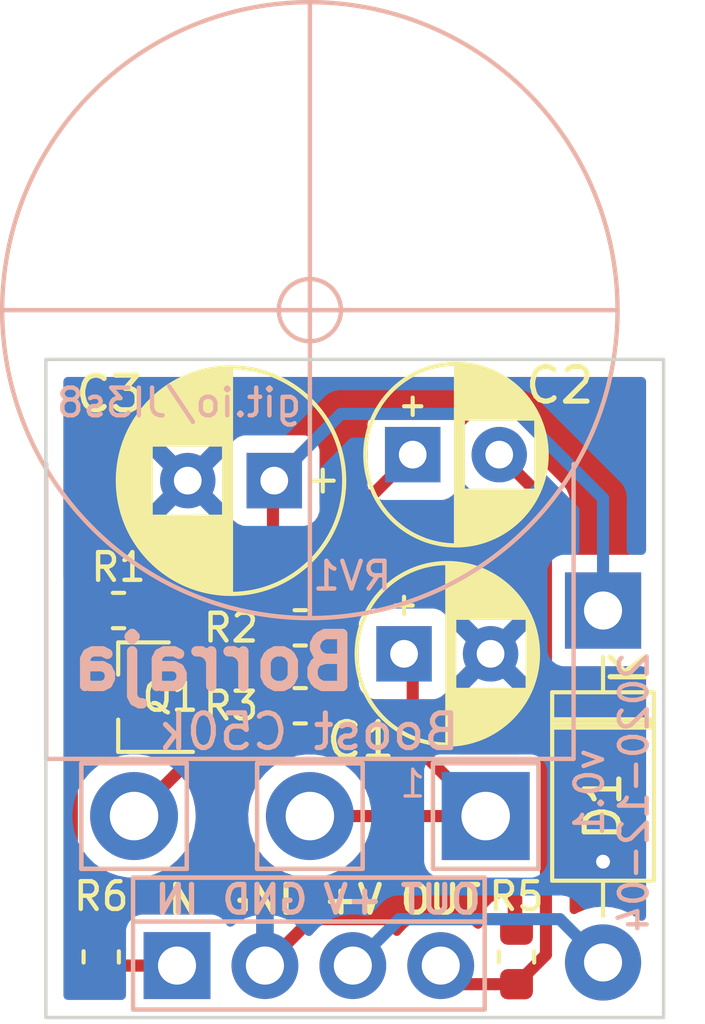
<source format=kicad_pcb>
(kicad_pcb (version 20211014) (generator pcbnew)
  (layers (0 "F.Cu" signal) (31 "B.Cu" signal) (34 "B.Paste" user) (35 "F.Paste" user) (36 "B.SilkS" user "B.Silkscreen") (37 "F.SilkS" user "F.Silkscreen") (38 "B.Mask" user) (39 "F.Mask" user) (44 "Edge.Cuts" user))
  (property "DATE" "2020-12-04")
  (property "REVISION" "v0.1")
  (property "SHORT_URL" "git.io/JI3s8")
  (property "TITLE" "Borraja")
  (property "URL" "github.com/rockola/borraja")
  (net 0 "")
  (net 1 "GND")
  (net 2 "Net-(C1-Pad1)")
  (net 3 "OUT")
  (net 4 "Net-(R2-Pad2)")
  (net 5 "VCC")
  (net 6 "+9V")
  (net 7 "Net-(R1-Pad2)")
  (net 8 "Net-(R3-Pad1)")
  (net 9 "IN")
  (footprint "Resistor_SMD:R_0603_1608Metric" (layer "F.Cu") (at 145.75 94)
    (fp_text reference "R3" (at -2 0) (layer "F.SilkS") (effects (font (size 0.8 0.8) (thickness 0.127))))
    (fp_text value "12k")
    (fp_line (start -0.162779 0.51) (end 0.162779 0.51) (layer "F.SilkS") (width 0.12))
    (fp_line (start -0.162779 -0.51) (end 0.162779 -0.51) (layer "F.SilkS") (width 0.12))
    (pad "1" smd roundrect locked (at -0.7875 0) (size 0.875 0.95) (layers "F.Cu" "F.Paste" "F.Mask") (net 8 "Net-(R3-Pad1)"))
    (pad "2" smd roundrect locked (at 0.7875 0) (size 0.875 0.95) (layers "F.Cu" "F.Paste" "F.Mask") (net 1 "GND"))
  )
  (footprint "potentiometers:16MM_B.MOUNT" (layer "F.Cu") (at 146.0285 97.1835)
    (fp_text reference "RV1" (at 1.2215 -6.9335) (layer "B.SilkS") (effects (font (size 0.8 0.8) (thickness 0.127)) (justify mirror)))
    (fp_text value "Boost C50k" (at -0.0285 -2.4335) (layer "B.SilkS") (effects (justify mirror)))
    (fp_text user "1" (at 2.9715 -0.9335) (layer "B.SilkS") (effects (font (size 0.77216 0.77216) (thickness 0.097536)) (justify mirror)))
    (fp_line (start 6.604 1.524) (end 6.604 -1.524) (layer "B.SilkS") (width 0.127))
    (fp_line (start -1.524 1.524) (end 1.524 1.524) (layer "B.SilkS") (width 0.127))
    (fp_line (start -6.604 1.524) (end -3.556 1.524) (layer "B.SilkS") (width 0.127))
    (fp_line (start 3.556 -1.524) (end 6.604 -1.524) (layer "B.SilkS") (width 0.127))
    (fp_line (start 7.62 -1.651) (end 7.62 -10.16) (layer "B.SilkS") (width 0.127))
    (fp_line (start 1.524 1.524) (end 1.524 -1.524) (layer "B.SilkS") (width 0.127))
    (fp_line (start 0 -5.715) (end 0 -23.495) (layer "B.SilkS") (width 0.127))
    (fp_line (start 3.556 -1.524) (end 3.556 1.524) (layer "B.SilkS") (width 0.127))
    (fp_line (start -3.556 1.524) (end -3.556 -1.524) (layer "B.SilkS") (width 0.127))
    (fp_line (start -7.62 -1.651) (end 7.62 -1.651) (layer "B.SilkS") (width 0.127))
    (fp_line (start -6.604 -1.524) (end -6.604 1.524) (layer "B.SilkS") (width 0.127))
    (fp_line (start -6.604 -1.524) (end -3.556 -1.524) (layer "B.SilkS") (width 0.127))
    (fp_line (start -1.524 -1.524) (end 1.524 -1.524) (layer "B.SilkS") (width 0.127))
    (fp_line (start -7.62 -10.16) (end -7.62 -1.651) (layer "B.SilkS") (width 0.127))
    (fp_line (start -1.524 -1.524) (end -1.524 1.524) (layer "B.SilkS") (width 0.127))
    (fp_line (start 3.556 1.524) (end 6.604 1.524) (layer "B.SilkS") (width 0.127))
    (fp_line (start -8.89 -14.605) (end 8.89 -14.605) (layer "B.SilkS") (width 0.127))
    (fp_arc (start 0 -23.495) (mid 6.286209 -20.891208) (end 8.89 -14.604998) (layer "B.SilkS") (width 0.127))
    (fp_arc (start 8.89 -14.605) (mid 6.286179 -8.318821) (end 0 -5.715) (layer "B.SilkS") (width 0.127))
    (fp_arc (start 0 -5.715) (mid -6.286179 -8.318821) (end -8.89 -14.605) (layer "B.SilkS") (width 0.127))
    (fp_arc (start -8.89 -14.605) (mid -6.286208 -20.891209) (end 0.000002 -23.495) (layer "B.SilkS") (width 0.127))
    (fp_circle (center 0 -14.605) (end 0.898 -14.605) (layer "B.SilkS") (width 0.127) (fill none))
    (fp_line (start -6.604 1.524) (end -3.556 1.524) (layer "F.SilkS") (width 0.127))
    (fp_line (start -3.556 1.524) (end -3.556 -1.524) (layer "F.SilkS") (width 0.127))
    (fp_line (start 6.604 1.524) (end 6.604 -1.524) (layer "F.SilkS") (width 0.127))
    (fp_line (start -1.524 -1.524) (end -1.524 1.524) (layer "F.SilkS") (width 0.127))
    (fp_line (start -1.524 1.524) (end 1.524 1.524) (layer "F.SilkS") (width 0.127))
    (fp_line (start -1.524 -1.524) (end 1.524 -1.524) (layer "F.SilkS") (width 0.127))
    (fp_line (start -6.604 -1.524) (end -6.604 1.524) (layer "F.SilkS") (width 0.127))
    (fp_line (start 1.524 1.524) (end 1.524 -1.524) (layer "F.SilkS") (width 0.127))
    (fp_line (start 3.556 -1.524) (end 6.604 -1.524) (layer "F.SilkS") (width 0.127))
    (fp_line (start -6.604 -1.524) (end -3.556 -1.524) (layer "F.SilkS") (width 0.127))
    (fp_line (start 3.556 1.524) (end 6.604 1.524) (layer "F.SilkS") (width 0.127))
    (fp_line (start 3.556 -1.524) (end 3.556 1.524) (layer "F.SilkS") (width 0.127))
    (pad "1" thru_hole rect locked (at 5.08 0 180) (size 2.54 2.54) (drill 1.4) (layers *.Cu *.Mask) (net 2 "Net-(C1-Pad1)"))
    (pad "2" thru_hole oval locked (at 0 0 180) (size 2.54 2.54) (drill 1.4) (layers *.Cu *.Mask) (net 2 "Net-(C1-Pad1)"))
    (pad "3" thru_hole oval locked (at -5.08 0 180) (size 2.54 2.54) (drill 1.4) (layers *.Cu *.Mask) (net 8 "Net-(R3-Pad1)"))
  )
  (footprint "Resistor_SMD:R_0603_1608Metric" (layer "F.Cu") (at 140 101.25 90)
    (fp_text reference "R6" (at 1.75 0 180) (layer "F.SilkS") (effects (font (size 0.8 0.8) (thickness 0.127))))
    (fp_text value "1M5")
    (fp_line (start -0.162779 -0.51) (end 0.162779 -0.51) (layer "F.SilkS") (width 0.12))
    (fp_line (start -0.162779 0.51) (end 0.162779 0.51) (layer "F.SilkS") (width 0.12))
    (pad "1" smd roundrect locked (at -0.7875 0 90) (size 0.875 0.95) (layers "F.Cu" "F.Paste" "F.Mask") (net 9 "IN"))
    (pad "2" smd roundrect locked (at 0.7875 0 90) (size 0.875 0.95) (layers "F.Cu" "F.Paste" "F.Mask") (net 1 "GND"))
  )
  (footprint "Diode_THT:D_DO-41_SOD81_P10.16mm_Horizontal" (layer "F.Cu") (at 154.5 91.25 -90)
    (fp_text reference "D1" (at 5.65 0 90) (layer "F.SilkS"))
    (fp_text value "1N5817")
    (fp_text user "K" (at 1.65 -0.75 90) (layer "F.SilkS"))
    (fp_line (start 3.38 -1.47) (end 3.38 1.47) (layer "F.SilkS") (width 0.12))
    (fp_line (start 8.82 0) (end 7.8 0) (layer "F.SilkS") (width 0.12))
    (fp_line (start 1.34 0) (end 2.36 0) (layer "F.SilkS") (width 0.12))
    (fp_line (start 3.14 -1.47) (end 3.14 1.47) (layer "F.SilkS") (width 0.12))
    (fp_line (start 3.26 -1.47) (end 3.26 1.47) (layer "F.SilkS") (width 0.12))
    (fp_line (start 2.36 -1.47) (end 2.36 1.47) (layer "F.SilkS") (width 0.12))
    (fp_line (start 7.8 -1.47) (end 2.36 -1.47) (layer "F.SilkS") (width 0.12))
    (fp_line (start 2.36 1.47) (end 7.8 1.47) (layer "F.SilkS") (width 0.12))
    (fp_line (start 7.8 1.47) (end 7.8 -1.47) (layer "F.SilkS") (width 0.12))
    (pad "1" thru_hole rect locked (at 0 0 270) (size 2.2 2.2) (drill 1.1) (layers *.Cu *.Mask) (net 5 "VCC"))
    (pad "2" thru_hole oval locked (at 10.16 0 270) (size 2.2 2.2) (drill 1.1) (layers *.Cu *.Mask) (net 6 "+9V"))
  )
  (footprint "rockola_kicad_footprints:Stomp_4pin_Power_No_LED" (layer "F.Cu") (at 146 101.5)
    (fp_text reference "J1" hide)
    (fp_text value "Conn_01x04_Female" hide)
    (fp_text user "+V" (at 1.27 -1.905 unlocked) (layer "B.SilkS") (effects (font (size 0.8 0.8)) (justify mirror)))
    (fp_text user "IN" (at -3.81 -1.905 unlocked) (layer "B.SilkS") (effects (font (size 0.8 0.8)) (justify mirror)))
    (fp_text user "OUT" (at 3.81 -1.905 unlocked) (layer "B.SilkS") (effects (font (size 0.8 0.8)) (justify mirror)))
    (fp_text user "GND" (at -1.27 -1.905 unlocked) (layer "B.SilkS") (effects (font (size 0.8 0.8)) (justify mirror)))
    (fp_text user "IN" (at -3.81 -1.905 unlocked) (layer "F.SilkS") (effects (font (size 0.8 0.8))))
    (fp_text user "GND" (at -1.27 -1.905 unlocked) (layer "F.SilkS") (effects (font (size 0.8 0.8))))
    (fp_text user "OUT" (at 3.81 -1.905 unlocked) (layer "F.SilkS") (effects (font (size 0.8 0.8))))
    (fp_text user "+V" (at 1.27 -1.905 unlocked) (layer "F.SilkS") (effects (font (size 0.8 0.8))))
    (fp_line (start 5.08 -1.27) (end 5.08 -2.54) (layer "B.SilkS") (width 0.127))
    (fp_line (start -5.08 -2.54) (end 5.08 -2.54) (layer "B.SilkS") (width 0.127))
    (fp_line (start -5.08 1.27) (end 5.08 1.27) (layer "B.SilkS") (width 0.127))
    (fp_line (start 5.08 -1.27) (end -5.08 -1.27) (layer "B.SilkS") (width 0.127))
    (fp_line (start 5.08 1.27) (end 5.08 -1.27) (layer "B.SilkS") (width 0.127))
    (fp_line (start -5.08 1.27) (end -5.08 -1.27) (layer "B.SilkS") (width 0.127))
    (fp_line (start -5.08 -1.27) (end -5.08 -2.54) (layer "B.SilkS") (width 0.127))
    (fp_line (start 5.08 -1.27) (end 5.08 -2.54) (layer "F.SilkS") (width 0.127))
    (fp_line (start -5.08 -1.27) (end -5.08 -2.54) (layer "F.SilkS") (width 0.127))
    (fp_line (start -5.08 1.27) (end -5.08 -1.27) (layer "F.SilkS") (width 0.127))
    (fp_line (start 5.08 1.27) (end -5.08 1.27) (layer "F.SilkS") (width 0.127))
    (fp_line (start 5.08 1.27) (end 5.08 -1.27) (layer "F.SilkS") (width 0.127))
    (fp_line (start -5.08 -1.27) (end 5.08 -1.27) (layer "F.SilkS") (width 0.127))
    (fp_line (start 5.08 -2.54) (end -5.08 -2.54) (layer "F.SilkS") (width 0.127))
    (pad "1" thru_hole rect locked (at -3.81 0) (size 1.9304 1.9304) (drill 1.1) (layers *.Cu *.Mask) (net 9 "IN"))
    (pad "2" thru_hole oval locked (at -1.27 0) (size 1.9304 1.9304) (drill 1.1) (layers *.Cu *.Mask) (net 1 "GND"))
    (pad "3" thru_hole oval locked (at 1.27 0) (size 1.9304 1.9304) (drill 1.1) (layers *.Cu *.Mask) (net 6 "+9V"))
    (pad "4" thru_hole oval locked (at 3.81 0) (size 1.9304 1.9304) (drill 1.1) (layers *.Cu *.Mask) (net 3 "OUT"))
  )
  (footprint "Resistor_SMD:R_0603_1608Metric" (layer "F.Cu") (at 152 101.25 90)
    (fp_text reference "R5" (at 1.75 0 180) (layer "F.SilkS") (effects (font (size 0.8 0.8) (thickness 0.127))))
    (fp_text value "100k")
    (fp_line (start -0.162779 0.51) (end 0.162779 0.51) (layer "F.SilkS") (width 0.12))
    (fp_line (start -0.162779 -0.51) (end 0.162779 -0.51) (layer "F.SilkS") (width 0.12))
    (pad "1" smd roundrect locked (at -0.7875 0 90) (size 0.875 0.95) (layers "F.Cu" "F.Paste" "F.Mask") (net 3 "OUT"))
    (pad "2" smd roundrect locked (at 0.7875 0 90) (size 0.875 0.95) (layers "F.Cu" "F.Paste" "F.Mask") (net 1 "GND"))
  )
  (footprint "Package_TO_SOT_SMD:SOT-23" (layer "F.Cu") (at 141.25 93.75 180)
    (fp_text reference "Q1" (at -0.75 0) (layer "F.SilkS") (effects (font (size 0.8 0.8) (thickness 0.127))))
    (fp_text value "MMBF5457")
    (fp_line (start 0.76 -1.58) (end 0.76 -0.65) (layer "F.SilkS") (width 0.12))
    (fp_line (start 0.76 -1.58) (end -1.4 -1.58) (layer "F.SilkS") (width 0.12))
    (fp_line (start 0.76 1.58) (end -0.7 1.58) (layer "F.SilkS") (width 0.12))
    (fp_line (start 0.76 1.58) (end 0.76 0.65) (layer "F.SilkS") (width 0.12))
    (pad "1" smd rect locked (at -1 -0.95 180) (size 0.9 0.8) (layers "F.Cu" "F.Paste" "F.Mask") (net 8 "Net-(R3-Pad1)"))
    (pad "2" smd rect locked (at -1 0.95 180) (size 0.9 0.8) (layers "F.Cu" "F.Paste" "F.Mask") (net 4 "Net-(R2-Pad2)"))
    (pad "3" smd rect locked (at 1 0 180) (size 0.9 0.8) (layers "F.Cu" "F.Paste" "F.Mask") (net 7 "Net-(R1-Pad2)"))
  )
  (footprint "Resistor_SMD:R_0603_1608Metric" (layer "F.Cu") (at 145.75 91.75)
    (fp_text reference "R2" (at -2 0) (layer "F.SilkS") (effects (font (size 0.8 0.8) (thickness 0.127))))
    (fp_text value "22k")
    (fp_line (start -0.162779 0.51) (end 0.162779 0.51) (layer "F.SilkS") (width 0.12))
    (fp_line (start -0.162779 -0.51) (end 0.162779 -0.51) (layer "F.SilkS") (width 0.12))
    (pad "1" smd roundrect locked (at -0.7875 0) (size 0.875 0.95) (layers "F.Cu" "F.Paste" "F.Mask") (net 5 "VCC"))
    (pad "2" smd roundrect locked (at 0.7875 0) (size 0.875 0.95) (layers "F.Cu" "F.Paste" "F.Mask") (net 4 "Net-(R2-Pad2)"))
  )
  (footprint "Resistor_SMD:R_0603_1608Metric" (layer "F.Cu") (at 140.5 91.25)
    (fp_text reference "R1" (at 0 -1.25) (layer "F.SilkS") (effects (font (size 0.8 0.8) (thickness 0.127))))
    (fp_text value "100R")
    (fp_line (start -0.162779 -0.51) (end 0.162779 -0.51) (layer "F.SilkS") (width 0.12))
    (fp_line (start -0.162779 0.51) (end 0.162779 0.51) (layer "F.SilkS") (width 0.12))
    (pad "1" smd roundrect locked (at -0.7875 0) (size 0.875 0.95) (layers "F.Cu" "F.Paste" "F.Mask") (net 9 "IN"))
    (pad "2" smd roundrect locked (at 0.7875 0) (size 0.875 0.95) (layers "F.Cu" "F.Paste" "F.Mask") (net 7 "Net-(R1-Pad2)"))
  )
  (footprint "rockola_kicad_footprints:CP_D6.3_P2.50" (layer "F.Cu") (at 145 87.5 180)
    (fp_text reference "C3" (at 4.75 2.5) (layer "F.SilkS"))
    (fp_text value "100u")
    (fp_line (start 1.33 -3.23) (end 1.33 3.23) (layer "F.SilkS") (width 0.12))
    (fp_line (start 1.85 1.04) (end 1.85 3.175) (layer "F.SilkS") (width 0.12))
    (fp_line (start 2.131 1.04) (end 2.131 3.11) (layer "F.SilkS") (width 0.12))
    (fp_line (start 1.93 1.04) (end 1.93 3.159) (layer "F.SilkS") (width 0.12))
    (fp_line (start 2.971 -2.742) (end 2.971 -1.04) (layer "F.SilkS") (width 0.12))
    (fp_line (start 1.69 -3.201) (end 1.69 -1.04) (layer "F.SilkS") (width 0.12))
    (fp_line (start 3.731 -2.092) (end 3.731 2.092) (layer "F.SilkS") (width 0.12))
    (fp_line (start 3.211 -2.578) (end 3.211 -1.04) (layer "F.SilkS") (width 0.12))
    (fp_line (start 4.251 -1.262) (end 4.251 1.262) (layer "F.SilkS") (width 0.12))
    (fp_line (start 1.81 1.04) (end 1.81 3.182) (layer "F.SilkS") (width 0.12))
    (fp_line (start 2.171 -3.098) (end 2.171 -1.04) (layer "F.SilkS") (width 0.12))
    (fp_line (start 3.851 -1.944) (end 3.851 1.944) (layer "F.SilkS") (width 0.12))
    (fp_line (start 3.091 -2.664) (end 3.091 -1.04) (layer "F.SilkS") (width 0.12))
    (fp_line (start 1.53 -3.218) (end 1.53 -1.04) (layer "F.SilkS") (width 0.12))
    (fp_line (start 1.77 1.04) (end 1.77 3.189) (layer "F.SilkS") (width 0.12))
    (fp_line (start 4.051 -1.65) (end 4.051 1.65) (layer "F.SilkS") (width 0.12))
    (fp_line (start 1.69 1.04) (end 1.69 3.201) (layer "F.SilkS") (width 0.12))
    (fp_line (start 2.091 1.04) (end 2.091 3.121) (layer "F.SilkS") (width 0.12))
    (fp_line (start 2.651 -2.916) (end 2.651 -1.04) (layer "F.SilkS") (width 0.12))
    (fp_line (start 2.931 1.04) (end 2.931 2.766) (layer "F.SilkS") (width 0.12))
    (fp_line (start 1.73 1.04) (end 1.73 3.195) (layer "F.SilkS") (width 0.12))
    (fp_line (start 2.531 1.04) (end 2.531 2.97) (layer "F.SilkS") (width 0.12))
    (fp_line (start 4.291 -1.165) (end 4.291 1.165) (layer "F.SilkS") (width 0.12))
    (fp_line (start 3.971 -1.776) (end 3.971 1.776) (layer "F.SilkS") (width 0.12))
    (fp_line (start 3.091 1.04) (end 3.091 2.664) (layer "F.SilkS") (width 0.12))
    (fp_line (start 2.931 -2.766) (end 2.931 -1.04) (layer "F.SilkS") (width 0.12))
    (fp_line (start 3.011 -2.716) (end 3.011 -1.04) (layer "F.SilkS") (width 0.12))
    (fp_line (start 3.691 -2.137) (end 3.691 2.137) (layer "F.SilkS") (width 0.12))
    (fp_line (start 1.29 -3.23) (end 1.29 3.23) (layer "F.SilkS") (width 0.12))
    (fp_line (start 3.131 -2.636) (end 3.131 -1.04) (layer "F.SilkS") (width 0.12))
    (fp_line (start 1.65 -3.206) (end 1.65 -1.04) (layer "F.SilkS") (width 0.12))
    (fp_line (start 2.571 -2.952) (end 2.571 -1.04) (layer "F.SilkS") (width 0.12))
    (fp_line (start 3.331 1.04) (end 3.331 2.484) (layer "F.SilkS") (width 0.12))
    (fp_line (start 2.011 1.04) (end 2.011 3.141) (layer "F.SilkS") (width 0.12))
    (fp_line (start 2.491 -2.986) (end 2.491 -1.04) (layer "F.SilkS") (width 0.12))
    (fp_line (start 1.53 1.04) (end 1.53 3.218) (layer "F.SilkS") (width 0.12))
    (fp_line (start 2.451 1.04) (end 2.451 3.002) (layer "F.SilkS") (width 0.12))
    (fp_line (start 3.451 1.04) (end 3.451 2.38) (layer "F.SilkS") (width 0.12))
    (fp_line (start 3.891 -1.89) (end 3.891 1.89) (layer "F.SilkS") (width 0.12))
    (fp_line (start 3.291 1.04) (end 3.291 2.516) (layer "F.SilkS") (width 0.12))
    (fp_line (start 4.491 -0.402) (end 4.491 0.402) (layer "F.SilkS") (width 0.12))
    (fp_line (start 2.851 1.04) (end 2.851 2.812) (layer "F.SilkS") (width 0.12))
    (fp_line (start 1.93 -3.159) (end 1.93 -1.04) (layer "F.SilkS") (width 0.12))
    (fp_line (start 3.811 -1.995) (end 3.811 1.995) (layer "F.SilkS") (width 0.12))
    (fp_line (start 2.691 -2.896) (end 2.691 -1.04) (layer "F.SilkS") (width 0.12))
    (fp_line (start 2.531 -2.97) (end 2.531 -1.04) (layer "F.SilkS") (width 0.12))
    (fp_line (start 2.131 -3.11) (end 2.131 -1.04) (layer "F.SilkS") (width 0.12))
    (fp_line (start 3.291 -2.516) (end 3.291 -1.04) (layer "F.SilkS") (width 0.12))
    (fp_line (start 3.531 1.04) (end 3.531 2.305) (layer "F.SilkS") (width 0.12))
    (fp_line (start 3.451 -2.38) (end 3.451 -1.04) (layer "F.SilkS") (width 0.12))
    (fp_line (start 2.331 -3.047) (end 2.331 -1.04) (layer "F.SilkS") (width 0.12))
    (fp_line (start 4.371 -0.94) (end 4.371 0.94) (layer "F.SilkS") (width 0.12))
    (fp_line (start 2.891 -2.79) (end 2.891 -1.04) (layer "F.SilkS") (width 0.12))
    (fp_line (start 2.731 -2.876) (end 2.731 -1.04) (layer "F.SilkS") (width 0.12))
    (fp_line (start 3.051 -2.69) (end 3.051 -1.04) (layer "F.SilkS") (width 0.12))
    (fp_line (start 3.211 1.04) (end 3.211 2.578) (layer "F.SilkS") (width 0.12))
    (fp_line (start 2.891 1.04) (end 2.891 2.79) (layer "F.SilkS") (width 0.12))
    (fp_line (start 4.211 -1.35) (end 4.211 1.35) (layer "F.SilkS") (width 0.12))
    (fp_line (start 2.091 -3.121) (end 2.091 -1.04) (layer "F.SilkS") (width 0.12))
    (fp_line (start 4.011 -1.714) (end 4.011 1.714) (layer "F.SilkS") (width 0.12))
    (fp_line (start 4.171 -1.432) (end 4.171 1.432) (layer "F.SilkS") (width 0.12))
    (fp_line (start 2.211 -3.086) (end 2.211 -1.04) (layer "F.SilkS") (width 0.12))
    (fp_line (start 3.171 -2.607) (end 3.171 -1.04) (layer "F.SilkS") (width 0.12))
    (fp_line (start 2.651 1.04) (end 2.651 2.916) (layer "F.SilkS") (width 0.12))
    (fp_line (start 2.851 -2.812) (end 2.851 -1.04) (layer "F.SilkS") (width 0.12))
    (fp_line (start 1.57 1.04) (end 1.57 3.215) (layer "F.SilkS") (width 0.12))
    (fp_line (start 4.451 -0.633) (end 4.451 0.633) (layer "F.SilkS") (width 0.12))
    (fp_line (start 1.57 -3.215) (end 1.57 -1.04) (layer "F.SilkS") (width 0.12))
    (fp_line (start 1.61 1.04) (end 1.61 3.211) (layer "F.SilkS") (width 0.12))
    (fp_line (start 1.45 -3.224) (end 1.45 3.224) (layer "F.SilkS") (width 0.12))
    (fp_line (start 3.771 -2.044) (end 3.771 2.044) (layer "F.SilkS") (width 0.12))
    (fp_line (start 1.81 -3.182) (end 1.81 -1.04) (layer "F.SilkS") (width 0.12))
    (fp_line (start 3.171 1.04) (end 3.171 2.607) (layer "F.SilkS") (width 0.12))
    (fp_line (start 3.251 1.04) (end 3.251 2.548) (layer "F.SilkS") (width 0.12))
    (fp_line (start -1.717 0) (end -1.087 0) (layer "F.SilkS") (width 0.12))
    (fp_line (start 2.411 1.04) (end 2.411 3.018) (layer "F.SilkS") (width 0.12))
    (fp_line (start 2.771 -2.856) (end 2.771 -1.04) (layer "F.SilkS") (width 0.12))
    (fp_line (start 2.451 -3.002) (end 2.451 -1.04) (layer "F.SilkS") (width 0.12))
    (fp_line (start 2.611 1.04) (end 2.611 2.934) (layer "F.SilkS") (width 0.12))
    (fp_line (start 2.731 1.04) (end 2.731 2.876) (layer "F.SilkS") (width 0.12))
    (fp_line (start 2.411 -3.018) (end 2.411 -1.04) (layer "F.SilkS") (width 0.12))
    (fp_line (start 3.571 -2.265) (end 3.571 2.265) (layer "F.SilkS") (width 0.12))
    (fp_line (start 2.051 -3.131) (end 2.051 -1.04) (layer "F.SilkS") (width 0.12))
    (fp_line (start 3.491 -2.343) (end 3.491 -1.04) (layer "F.SilkS") (width 0.12))
    (fp_line (start 2.811 -2.834) (end 2.811 -1.04) (layer "F.SilkS") (width 0.12))
    (fp_line (start 2.611 -2.934) (end 2.611 -1.04) (layer "F.SilkS") (width 0.12))
    (fp_line (start -1.402 -0.315) (end -1.402 0.315) (layer "F.SilkS") (width 0.12))
    (fp_line (start 2.011 -3.141) (end 2.011 -1.04) (layer "F.SilkS") (width 0.12))
    (fp_line (start 3.611 -2.224) (end 3.611 2.224) (layer "F.SilkS") (width 0.12))
    (fp_line (start 1.37 -3.228) (end 1.37 3.228) (layer "F.SilkS") (width 0.12))
    (fp_line (start 1.49 1.04) (end 1.49 3.222) (layer "F.SilkS") (width 0.12))
    (fp_line (start 2.331 1.04) (end 2.331 3.047) (layer "F.SilkS") (width 0.12))
    (fp_line (start 1.49 -3.222) (end 1.49 -1.04) (layer "F.SilkS") (width 0.12))
    (fp_line (start 2.811 1.04) (end 2.811 2.834) (layer "F.SilkS") (width 0.12))
    (fp_line (start 1.77 -3.189) (end 1.77 -1.04) (layer "F.SilkS") (width 0.12))
    (fp_line (start 2.291 -3.061) (end 2.291 -1.04) (layer "F.SilkS") (width 0.12))
    (fp_line (start 1.73 -3.195) (end 1.73 -1.04) (layer "F.SilkS") (width 0.12))
    (fp_line (start 2.371 -3.033) (end 2.371 -1.04) (layer "F.SilkS") (width 0.12))
    (fp_line (start 3.051 1.04) (end 3.051 2.69) (layer "F.SilkS") (width 0.12))
    (fp_line (start 2.171 1.04) (end 2.171 3.098) (layer "F.SilkS") (width 0.12))
    (fp_line (start 2.251 1.04) (end 2.251 3.074) (layer "F.SilkS") (width 0.12))
    (fp_line (start 3.651 -2.182) (end 3.651 2.182) (layer "F.SilkS") (width 0.12))
    (fp_line (start 3.331 -2.484) (end 3.331 -1.04) (layer "F.SilkS") (width 0.12))
    (fp_line (start 2.491 1.04) (end 2.491 2.986) (layer "F.SilkS") (width 0.12))
    (fp_line (start 2.771 1.04) (end 2.771 2.856) (layer "F.SilkS") (width 0.12))
    (fp_line (start 3.491 1.04) (end 3.491 2.343) (layer "F.SilkS") (width 0.12))
    (fp_line (start 2.291 1.04) (end 2.291 3.061) (layer "F.SilkS") (width 0.12))
    (fp_line (start 2.051 1.04) (end 2.051 3.131) (layer "F.SilkS") (width 0.12))
    (fp_line (start 2.691 1.04) (end 2.691 2.896) (layer "F.SilkS") (width 0.12))
    (fp_line (start 3.371 -2.45) (end 3.371 -1.04) (layer "F.SilkS") (width 0.12))
    (fp_line (start 1.971 1.04) (end 1.971 3.15) (layer "F.SilkS") (width 0.12))
    (fp_line (start 1.65 1.04) (end 1.65 3.206) (layer "F.SilkS") (width 0.12))
    (fp_line (start 3.131 1.04) (end 3.131 2.636) (layer "F.SilkS") (width 0.12))
    (fp_line (start 3.411 -2.416) (end 3.411 -1.04) (layer "F.SilkS") (width 0.12))
    (fp_line (start 2.571 1.04) (end 2.571 2.952) (layer "F.SilkS") (width 0.12))
    (fp_line (start 4.331 -1.059) (end 4.331 1.059) (layer "F.SilkS") (width 0.12))
    (fp_line (start 2.371 1.04) (end 2.371 3.033) (layer "F.SilkS") (width 0.12))
    (fp_line (start 4.411 -0.802) (end 4.411 0.802) (layer "F.SilkS") (width 0.12))
    (fp_line (start 2.251 -3.074) (end 2.251 -1.04) (layer "F.SilkS") (width 0.12))
    (fp_line (start 1.61 -3.211) (end 1.61 -1.04) (layer "F.SilkS") (width 0.12))
    (fp_line (start 3.371 1.04) (end 3.371 2.45) (layer "F.SilkS") (width 0.12))
    (fp_line (start 3.931 -1.834) (end 3.931 1.834) (layer "F.SilkS") (width 0.12))
    (fp_line (start 3.011 1.04) (end 3.011 2.716) (layer "F.SilkS") (width 0.12))
    (fp_line (start 3.411 1.04) (end 3.411 2.416) (layer "F.SilkS") (width 0.12))
    (fp_line (start 3.531 -2.305) (end 3.531 -1.04) (layer "F.SilkS") (width 0.12))
    (fp_line (start 3.251 -2.548) (end 3.251 -1.04) (layer "F.SilkS") (width 0.12))
    (fp_line (start 1.41 -3.227) (end 1.41 3.227) (layer "F.SilkS") (width 0.12))
    (fp_line (start 1.971 -3.15) (end 1.971 -1.04) (layer "F.SilkS") (width 0.12))
    (fp_line (start 1.89 1.04) (end 1.89 3.167) (layer "F.SilkS") (width 0.12))
    (fp_line (start 1.25 -3.23) (end 1.25 3.23) (layer "F.SilkS") (width 0.12))
    (fp_line (start 1.85 -3.175) (end 1.85 -1.04) (layer "F.SilkS") (width 0.12))
    (fp_line (start 2.211 1.04) (end 2.211 3.086) (layer "F.SilkS") (width 0.12))
    (fp_line (start 2.971 1.04) (end 2.971 2.742) (layer "F.SilkS") (width 0.12))
    (fp_line (start 4.131 -1.509) (end 4.131 1.509) (layer "F.SilkS") (width 0.12))
    (fp_line (start 1.89 -3.167) (end 1.89 -1.04) (layer "F.SilkS") (width 0.12))
    (fp_line (start 4.091 -1.581) (end 4.091 1.581) (layer "F.SilkS") (width 0.12))
    (fp_circle (center 1.25 0) (end 4.52 0) (layer "F.SilkS") (width 0.12) (fill none))
    (pad "1" thru_hole rect locked (at 0 0 180) (size 1.6 1.6) (drill 0.8) (layers *.Cu *.Mask) (net 5 "VCC"))
    (pad "2" thru_hole circle locked (at 2.5 0 180) (size 1.6 1.6) (drill 0.8) (layers *.Cu *.Mask) (net 1 "GND"))
  )
  (footprint "rockola_kicad_footprints:CP_D5.0_P2.50" (layer "F.Cu") (at 149 86.75)
    (fp_text reference "C2" (at 4.25 -2) (layer "F.SilkS"))
    (fp_text value "1u5")
    (fp_line (start 1.89 1.04) (end 1.89 2.501) (layer "F.SilkS") (width 0.12))
    (fp_line (start 2.691 1.04) (end 2.691 2.149) (layer "F.SilkS") (width 0.12))
    (fp_line (start 2.691 -2.149) (end 2.691 -1.04) (layer "F.SilkS") (width 0.12))
    (fp_line (start 3.291 1.04) (end 3.291 1.605) (layer "F.SilkS") (width 0.12))
    (fp_line (start 3.371 1.04) (end 3.371 1.5) (layer "F.SilkS") (width 0.12))
    (fp_line (start 1.89 -2.501) (end 1.89 -1.04) (layer "F.SilkS") (width 0.12))
    (fp_line (start 3.211 1.04) (end 3.211 1.699) (layer "F.SilkS") (width 0.12))
    (fp_line (start 3.131 1.04) (end 3.131 1.785) (layer "F.SilkS") (width 0.12))
    (fp_line (start 1.69 1.04) (end 1.69 2.543) (layer "F.SilkS") (width 0.12))
    (fp_line (start 3.091 1.04) (end 3.091 1.826) (layer "F.SilkS") (width 0.12))
    (fp_line (start 2.451 1.04) (end 2.451 2.29) (layer "F.SilkS") (width 0.12))
    (fp_line (start 2.771 1.04) (end 2.771 2.095) (layer "F.SilkS") (width 0.12))
    (fp_line (start 2.091 -2.442) (end 2.091 -1.04) (layer "F.SilkS") (width 0.12))
    (fp_line (start 2.571 1.04) (end 2.571 2.224) (layer "F.SilkS") (width 0.12))
    (fp_line (start 3.211 -1.699) (end 3.211 -1.04) (layer "F.SilkS") (width 0.12))
    (fp_line (start 1.25 -2.58) (end 1.25 2.58) (layer "F.SilkS") (width 0.12))
    (fp_line (start 3.491 -1.319) (end 3.491 -1.04) (layer "F.SilkS") (width 0.12))
    (fp_line (start 2.331 -2.348) (end 2.331 -1.04) (layer "F.SilkS") (width 0.12))
    (fp_line (start 2.611 1.04) (end 2.611 2.2) (layer "F.SilkS") (width 0.12))
    (fp_line (start 1.45 -2.573) (end 1.45 2.573) (layer "F.SilkS") (width 0.12))
    (fp_line (start 3.251 -1.653) (end 3.251 -1.04) (layer "F.SilkS") (width 0.12))
    (fp_line (start 2.731 1.04) (end 2.731 2.122) (layer "F.SilkS") (width 0.12))
    (fp_line (start 2.371 1.04) (end 2.371 2.329) (layer "F.SilkS") (width 0.12))
    (fp_line (start 3.451 1.04) (end 3.451 1.383) (layer "F.SilkS") (width 0.12))
    (fp_line (start 2.531 -2.247) (end 2.531 -1.04) (layer "F.SilkS") (width 0.12))
    (fp_line (start 3.691 -0.915) (end 3.691 0.915) (layer "F.SilkS") (width 0.12))
    (fp_line (start 1.73 1.04) (end 1.73 2.536) (layer "F.SilkS") (width 0.12))
    (fp_line (start 3.131 -1.785) (end 3.131 -1.04) (layer "F.SilkS") (width 0.12))
    (fp_line (start 2.771 -2.095) (end 2.771 -1.04) (layer "F.SilkS") (width 0.12))
    (fp_line (start 1.61 1.04) (end 1.61 2.556) (layer "F.SilkS") (width 0.12))
    (fp_line (start 2.171 -2.414) (end 2.171 -1.04) (layer "F.SilkS") (width 0.12))
    (fp_line (start 1.69 -2.543) (end 1.69 -1.04) (layer "F.SilkS") (width 0.12))
    (fp_line (start 3.051 -1.864) (end 3.051 -1.04) (layer "F.SilkS") (width 0.12))
    (fp_line (start 2.971 -1.937) (end 2.971 -1.04) (layer "F.SilkS") (width 0.12))
    (fp_line (start 3.291 -1.605) (end 3.291 -1.04) (layer "F.SilkS") (width 0.12))
    (fp_line (start 2.291 1.04) (end 2.291 2.365) (layer "F.SilkS") (width 0.12))
    (fp_line (start 2.531 1.04) (end 2.531 2.247) (layer "F.SilkS") (width 0.12))
    (fp_line (start 1.53 1.04) (end 1.53 2.565) (layer "F.SilkS") (width 0.12))
    (fp_line (start 3.531 -1.251) (end 3.531 -1.04) (layer "F.SilkS") (width 0.12))
    (fp_line (start 1.77 1.04) (end 1.77 2.528) (layer "F.SilkS") (width 0.12))
    (fp_line (start 3.771 -0.677) (end 3.771 0.677) (layer "F.SilkS") (width 0.12))
    (fp_line (start 2.411 1.04) (end 2.411 2.31) (layer "F.SilkS") (width 0.12))
    (fp_line (start -0.25 -1.397) (end 0.25 -1.397) (layer "F.SilkS") (width 0.12))
    (fp_line (start 3.411 -1.443) (end 3.411 -1.04) (layer "F.SilkS") (width 0.12))
    (fp_line (start 3.331 1.04) (end 3.331 1.554) (layer "F.SilkS") (width 0.12))
    (fp_line (start 1.37 -2.578) (end 1.37 2.578) (layer "F.SilkS") (width 0.12))
    (fp_line (start 1.57 -2.561) (end 1.57 -1.04) (layer "F.SilkS") (width 0.12))
    (fp_line (start 3.011 1.04) (end 3.011 1.901) (layer "F.SilkS") (width 0.12))
    (fp_line (start 3.651 -1.011) (end 3.651 1.011) (layer "F.SilkS") (width 0.12))
    (fp_line (start 2.891 1.04) (end 2.891 2.004) (layer "F.SilkS") (width 0.12))
    (fp_line (start 2.251 -2.382) (end 2.251 -1.04) (layer "F.SilkS") (width 0.12))
    (fp_line (start 1.93 1.04) (end 1.93 2.491) (layer "F.SilkS") (width 0.12))
    (fp_line (start 2.851 1.04) (end 2.851 2.035) (layer "F.SilkS") (width 0.12))
    (fp_line (start 1.29 -2.58) (end 1.29 2.58) (layer "F.SilkS") (width 0.12))
    (fp_line (start 1.61 -2.556) (end 1.61 -1.04) (layer "F.SilkS") (width 0.12))
    (fp_line (start 3.051 1.04) (end 3.051 1.864) (layer "F.SilkS") (width 0.12))
    (fp_line (start 2.971 1.04) (end 2.971 1.937) (layer "F.SilkS") (width 0.12))
    (fp_line (start 2.091 1.04) (end 2.091 2.442) (layer "F.SilkS") (width 0.12))
    (fp_line (start 3.091 -1.826) (end 3.091 -1.04) (layer "F.SilkS") (width 0.12))
    (fp_line (start 2.051 1.04) (end 2.051 2.455) (layer "F.SilkS") (width 0.12))
    (fp_line (start 2.651 -2.175) (end 2.651 -1.04) (layer "F.SilkS") (width 0.12))
    (fp_line (start 2.651 1.04) (end 2.651 2.175) (layer "F.SilkS") (width 0.12))
    (fp_line (start 2.451 -2.29) (end 2.451 -1.04) (layer "F.SilkS") (width 0.12))
    (fp_line (start 2.331 1.04) (end 2.331 2.348) (layer "F.SilkS") (width 0.12))
    (fp_line (start 1.85 1.04) (end 1.85 2.511) (layer "F.SilkS") (width 0.12))
    (fp_line (start 1.65 1.04) (end 1.65 2.55) (layer "F.SilkS") (width 0.12))
    (fp_line (start 2.851 -2.035) (end 2.851 -1.04) (layer "F.SilkS") (width 0.12))
    (fp_line (start 1.93 -2.491) (end 1.93 -1.04) (layer "F.SilkS") (width 0.12))
    (fp_line (start 0 -1.647) (end 0 -1.147) (layer "F.SilkS") (width 0.12))
    (fp_line (start 2.011 -2.468) (end 2.011 -1.04) (layer "F.SilkS") (width 0.12))
    (fp_line (start 3.731 -0.805) (end 3.731 0.805) (layer "F.SilkS") (width 0.12))
    (fp_line (start 2.811 1.04) (end 2.811 2.065) (layer "F.SilkS") (width 0.12))
    (fp_line (start 2.491 1.04) (end 2.491 2.268) (layer "F.SilkS") (width 0.12))
    (fp_line (start 1.33 -2.579) (end 1.33 2.579) (layer "F.SilkS") (width 0.12))
    (fp_line (start 2.731 -2.122) (end 2.731 -1.04) (layer "F.SilkS") (width 0.12))
    (fp_line (start 3.171 -1.743) (end 3.171 -1.04) (layer "F.SilkS") (width 0.12))
    (fp_line (start 1.57 1.04) (end 1.57 2.561) (layer "F.SilkS") (width 0.12))
    (fp_line (start 3.011 -1.901) (end 3.011 -1.04) (layer "F.SilkS") (width 0.12))
    (fp_line (start 2.411 -2.31) (end 2.411 -1.04) (layer "F.SilkS") (width 0.12))
    (fp_line (start 3.851 -0.284) (end 3.851 0.284) (layer "F.SilkS") (width 0.12))
    (fp_line (start 1.971 -2.48) (end 1.971 -1.04) (layer "F.SilkS") (width 0.12))
    (fp_line (start 1.81 1.04) (end 1.81 2.52) (layer "F.SilkS") (width 0.12))
    (fp_line (start 2.611 -2.2) (end 2.611 -1.04) (layer "F.SilkS") (width 0.12))
    (fp_line (start 2.811 -2.065) (end 2.811 -1.04) (layer "F.SilkS") (width 0.12))
    (fp_line (start 3.251 1.04) (end 3.251 1.653) (layer "F.SilkS") (width 0.12))
    (fp_line (start 3.531 1.04) (end 3.531 1.251) (layer "F.SilkS") (width 0.12))
    (fp_line (start 3.611 -1.098) (end 3.611 1.098) (layer "F.SilkS") (width 0.12))
    (fp_line (start 2.171 1.04) (end 2.171 2.414) (layer "F.SilkS") (width 0.12))
    (fp_line (start 2.131 -2.428) (end 2.131 -1.04) (layer "F.SilkS") (width 0.12))
    (fp_line (start 3.331 -1.554) (end 3.331 -1.04) (layer "F.SilkS") (width 0.12))
    (fp_line (start 2.931 -1.971) (end 2.931 -1.04) (layer "F.SilkS") (width 0.12))
    (fp_line (start 1.41 -2.576) (end 1.41 2.576) (layer "F.SilkS") (width 0.12))
    (fp_line (start 2.371 -2.329) (end 2.371 -1.04) (layer "F.SilkS") (width 0.12))
    (fp_line (start 3.411 1.04) (end 3.411 1.443) (layer "F.SilkS") (width 0.12))
    (fp_line (start 1.49 1.04) (end 1.49 2.569) (layer "F.SilkS") (width 0.12))
    (fp_line (start 1.85 -2.511) (end 1.85 -1.04) (layer "F.SilkS") (width 0.12))
    (fp_line (start 3.571 -1.178) (end 3.571 1.178) (layer "F.SilkS") (width 0.12))
    (fp_line (start 1.73 -2.536) (end 1.73 -1.04) (layer "F.SilkS") (width 0.12))
    (fp_line (start 2.571 -2.224) (end 2.571 -1.04) (layer "F.SilkS") (width 0.12))
    (fp_line (start 2.931 1.04) (end 2.931 1.971) (layer "F.SilkS") (width 0.12))
    (fp_line (start 3.451 -1.383) (end 3.451 -1.04) (layer "F.SilkS") (width 0.12))
    (fp_line (start 3.811 -0.518) (end 3.811 0.518) (layer "F.SilkS") (width 0.12))
    (fp_line (start 2.211 1.04) (end 2.211 2.398) (layer "F.SilkS") (width 0.12))
    (fp_line (start 2.491 -2.268) (end 2.491 -1.04) (layer "F.SilkS") (width 0.12))
    (fp_line (start 2.131 1.04) (end 2.131 2.428) (layer "F.SilkS") (width 0.12))
    (fp_line (start 2.051 -2.455) (end 2.051 -1.04) (layer "F.SilkS") (width 0.12))
    (fp_line (start 1.49 -2.569) (end 1.49 -1.04) (layer "F.SilkS") (width 0.12))
    (fp_line (start 1.53 -2.565) (end 1.53 -1.04) (layer "F.SilkS") (width 0.12))
    (fp_line (start 1.65 -2.55) (end 1.65 -1.04) (layer "F.SilkS") (width 0.12))
    (fp_line (start 1.971 1.04) (end 1.971 2.48) (layer "F.SilkS") (width 0.12))
    (fp_line (start 3.371 -1.5) (end 3.371 -1.04) (layer "F.SilkS") (width 0.12))
    (fp_line (start 2.251 1.04) (end 2.251 2.382) (layer "F.SilkS") (width 0.12))
    (fp_line (start 2.291 -2.365) (end 2.291 -1.04) (layer "F.SilkS") (width 0.12))
    (fp_line (start 3.491 1.04) (end 3.491 1.319) (layer "F.SilkS") (width 0.12))
    (fp_line (start 2.011 1.04) (end 2.011 2.468) (layer "F.SilkS") (width 0.12))
    (fp_line (start 3.171 1.04) (end 3.171 1.743) (layer "F.SilkS") (width 0.12))
    (fp_line (start 1.77 -2.528) (end 1.77 -1.04) (layer "F.SilkS") (width 0.12))
    (fp_line (start 1.81 -2.52) (end 1.81 -1.04) (layer "F.SilkS") (width 0.12))
    (fp_line (start 2.211 -2.398) (end 2.211 -1.04) (layer "F.SilkS") (width 0.12))
    (fp_line (start 2.891 -2.004) (end 2.891 -1.04) (layer "F.SilkS") (width 0.12))
    (fp_circle (center 1.25 0) (end 3.87 0) (layer "F.SilkS") (width 0.12) (fill none))
    (pad "1" thru_hole rect locked (at 0 0) (size 1.6 1.6) (drill 0.8) (layers *.Cu *.Mask) (net 4 "Net-(R2-Pad2)"))
    (pad "2" thru_hole circle locked (at 2.5 0) (size 1.6 1.6) (drill 0.8) (layers *.Cu *.Mask) (net 3 "OUT"))
  )
  (footprint "rockola_kicad_footprints:CP_D5.0_P2.50" (layer "F.Cu") (at 148.75 92.5)
    (fp_text reference "C1" (at -1.25 2.5) (layer "F.SilkS"))
    (fp_text value "10u")
    (fp_line (start 1.93 1.04) (end 1.93 2.491) (layer "F.SilkS") (width 0.12))
    (fp_line (start 1.37 -2.578) (end 1.37 2.578) (layer "F.SilkS") (width 0.12))
    (fp_line (start 3.691 -0.915) (end 3.691 0.915) (layer "F.SilkS") (width 0.12))
    (fp_line (start 2.491 1.04) (end 2.491 2.268) (layer "F.SilkS") (width 0.12))
    (fp_line (start 2.211 1.04) (end 2.211 2.398) (layer "F.SilkS") (width 0.12))
    (fp_line (start 2.731 -2.122) (end 2.731 -1.04) (layer "F.SilkS") (width 0.12))
    (fp_line (start 3.331 1.04) (end 3.331 1.554) (layer "F.SilkS") (width 0.12))
    (fp_line (start 1.57 -2.561) (end 1.57 -1.04) (layer "F.SilkS") (width 0.12))
    (fp_line (start 1.65 1.04) (end 1.65 2.55) (layer "F.SilkS") (width 0.12))
    (fp_line (start 2.531 1.04) (end 2.531 2.247) (layer "F.SilkS") (width 0.12))
    (fp_line (start 1.73 1.04) (end 1.73 2.536) (layer "F.SilkS") (width 0.12))
    (fp_line (start 3.011 1.04) (end 3.011 1.901) (layer "F.SilkS") (width 0.12))
    (fp_line (start 3.851 -0.284) (end 3.851 0.284) (layer "F.SilkS") (width 0.12))
    (fp_line (start 2.851 -2.035) (end 2.851 -1.04) (layer "F.SilkS") (width 0.12))
    (fp_line (start 2.771 -2.095) (end 2.771 -1.04) (layer "F.SilkS") (width 0.12))
    (fp_line (start 3.131 -1.785) (end 3.131 -1.04) (layer "F.SilkS") (width 0.12))
    (fp_line (start 3.651 -1.011) (end 3.651 1.011) (layer "F.SilkS") (width 0.12))
    (fp_line (start 3.371 1.04) (end 3.371 1.5) (layer "F.SilkS") (width 0.12))
    (fp_line (start 1.45 -2.573) (end 1.45 2.573) (layer "F.SilkS") (width 0.12))
    (fp_line (start 3.451 -1.383) (end 3.451 -1.04) (layer "F.SilkS") (width 0.12))
    (fp_line (start 3.011 -1.901) (end 3.011 -1.04) (layer "F.SilkS") (width 0.12))
    (fp_line (start 3.531 1.04) (end 3.531 1.251) (layer "F.SilkS") (width 0.12))
    (fp_line (start 1.93 -2.491) (end 1.93 -1.04) (layer "F.SilkS") (width 0.12))
    (fp_line (start 1.77 1.04) (end 1.77 2.528) (layer "F.SilkS") (width 0.12))
    (fp_line (start 3.731 -0.805) (end 3.731 0.805) (layer "F.SilkS") (width 0.12))
    (fp_line (start 1.971 1.04) (end 1.971 2.48) (layer "F.SilkS") (width 0.12))
    (fp_line (start 3.531 -1.251) (end 3.531 -1.04) (layer "F.SilkS") (width 0.12))
    (fp_line (start 2.331 -2.348) (end 2.331 -1.04) (layer "F.SilkS") (width 0.12))
    (fp_line (start 2.971 1.04) (end 2.971 1.937) (layer "F.SilkS") (width 0.12))
    (fp_line (start 1.41 -2.576) (end 1.41 2.576) (layer "F.SilkS") (width 0.12))
    (fp_line (start 1.29 -2.58) (end 1.29 2.58) (layer "F.SilkS") (width 0.12))
    (fp_line (start 2.571 -2.224) (end 2.571 -1.04) (layer "F.SilkS") (width 0.12))
    (fp_line (start 1.81 -2.52) (end 1.81 -1.04) (layer "F.SilkS") (width 0.12))
    (fp_line (start 2.131 -2.428) (end 2.131 -1.04) (layer "F.SilkS") (width 0.12))
    (fp_line (start 3.331 -1.554) (end 3.331 -1.04) (layer "F.SilkS") (width 0.12))
    (fp_line (start 1.61 -2.556) (end 1.61 -1.04) (layer "F.SilkS") (width 0.12))
    (fp_line (start 2.811 -2.065) (end 2.811 -1.04) (layer "F.SilkS") (width 0.12))
    (fp_line (start 2.211 -2.398) (end 2.211 -1.04) (layer "F.SilkS") (width 0.12))
    (fp_line (start 2.531 -2.247) (end 2.531 -1.04) (layer "F.SilkS") (width 0.12))
    (fp_line (start 1.69 1.04) (end 1.69 2.543) (layer "F.SilkS") (width 0.12))
    (fp_line (start 2.731 1.04) (end 2.731 2.122) (layer "F.SilkS") (width 0.12))
    (fp_line (start 3.491 -1.319) (end 3.491 -1.04) (layer "F.SilkS") (width 0.12))
    (fp_line (start 1.25 -2.58) (end 1.25 2.58) (layer "F.SilkS") (width 0.12))
    (fp_line (start 2.571 1.04) (end 2.571 2.224) (layer "F.SilkS") (width 0.12))
    (fp_line (start 3.811 -0.518) (end 3.811 0.518) (layer "F.SilkS") (width 0.12))
    (fp_line (start 2.411 1.04) (end 2.411 2.31) (layer "F.SilkS") (width 0.12))
    (fp_line (start 3.091 1.04) (end 3.091 1.826) (layer "F.SilkS") (width 0.12))
    (fp_line (start 2.171 -2.414) (end 2.171 -1.04) (layer "F.SilkS") (width 0.12))
    (fp_line (start 2.691 1.04) (end 2.691 2.149) (layer "F.SilkS") (width 0.12))
    (fp_line (start 1.77 -2.528) (end 1.77 -1.04) (layer "F.SilkS") (width 0.12))
    (fp_line (start 2.411 -2.31) (end 2.411 -1.04) (layer "F.SilkS") (width 0.12))
    (fp_line (start 2.891 -2.004) (end 2.891 -1.04) (layer "F.SilkS") (width 0.12))
    (fp_line (start 3.171 -1.743) (end 3.171 -1.04) (layer "F.SilkS") (width 0.12))
    (fp_line (start 3.051 -1.864) (end 3.051 -1.04) (layer "F.SilkS") (width 0.12))
    (fp_line (start 2.051 1.04) (end 2.051 2.455) (layer "F.SilkS") (width 0.12))
    (fp_line (start 2.971 -1.937) (end 2.971 -1.04) (layer "F.SilkS") (width 0.12))
    (fp_line (start 2.851 1.04) (end 2.851 2.035) (layer "F.SilkS") (width 0.12))
    (fp_line (start 3.091 -1.826) (end 3.091 -1.04) (layer "F.SilkS") (width 0.12))
    (fp_line (start 1.89 1.04) (end 1.89 2.501) (layer "F.SilkS") (width 0.12))
    (fp_line (start 2.931 1.04) (end 2.931 1.971) (layer "F.SilkS") (width 0.12))
    (fp_line (start 2.451 -2.29) (end 2.451 -1.04) (layer "F.SilkS") (width 0.12))
    (fp_line (start 2.251 -2.382) (end 2.251 -1.04) (layer "F.SilkS") (width 0.12))
    (fp_line (start 2.891 1.04) (end 2.891 2.004) (layer "F.SilkS") (width 0.12))
    (fp_line (start 2.331 1.04) (end 2.331 2.348) (layer "F.SilkS") (width 0.12))
    (fp_line (start 3.571 -1.178) (end 3.571 1.178) (layer "F.SilkS") (width 0.12))
    (fp_line (start 3.611 -1.098) (end 3.611 1.098) (layer "F.SilkS") (width 0.12))
    (fp_line (start 2.371 -2.329) (end 2.371 -1.04) (layer "F.SilkS") (width 0.12))
    (fp_line (start 2.811 1.04) (end 2.811 2.065) (layer "F.SilkS") (width 0.12))
    (fp_line (start 2.091 1.04) (end 2.091 2.442) (layer "F.SilkS") (width 0.12))
    (fp_line (start 3.491 1.04) (end 3.491 1.319) (layer "F.SilkS") (width 0.12))
    (fp_line (start 1.49 1.04) (end 1.49 2.569) (layer "F.SilkS") (width 0.12))
    (fp_line (start 3.051 1.04) (end 3.051 1.864) (layer "F.SilkS") (width 0.12))
    (fp_line (start 1.57 1.04) (end 1.57 2.561) (layer "F.SilkS") (width 0.12))
    (fp_line (start 1.73 -2.536) (end 1.73 -1.04) (layer "F.SilkS") (width 0.12))
    (fp_line (start 1.49 -2.569) (end 1.49 -1.04) (layer "F.SilkS") (width 0.12))
    (fp_line (start 1.53 -2.565) (end 1.53 -1.04) (layer "F.SilkS") (width 0.12))
    (fp_line (start 1.85 -2.511) (end 1.85 -1.04) (layer "F.SilkS") (width 0.12))
    (fp_line (start 3.411 1.04) (end 3.411 1.443) (layer "F.SilkS") (width 0.12))
    (fp_line (start 2.131 1.04) (end 2.131 2.428) (layer "F.SilkS") (width 0.12))
    (fp_line (start 1.89 -2.501) (end 1.89 -1.04) (layer "F.SilkS") (width 0.12))
    (fp_line (start 3.251 -1.653) (end 3.251 -1.04) (layer "F.SilkS") (width 0.12))
    (fp_line (start 2.651 1.04) (end 2.651 2.175) (layer "F.SilkS") (width 0.12))
    (fp_line (start 2.651 -2.175) (end 2.651 -1.04) (layer "F.SilkS") (width 0.12))
    (fp_line (start 2.291 1.04) (end 2.291 2.365) (layer "F.SilkS") (width 0.12))
    (fp_line (start 3.171 1.04) (end 3.171 1.743) (layer "F.SilkS") (width 0.12))
    (fp_line (start 2.691 -2.149) (end 2.691 -1.04) (layer "F.SilkS") (width 0.12))
    (fp_line (start 1.971 -2.48) (end 1.971 -1.04) (layer "F.SilkS") (width 0.12))
    (fp_line (start 2.051 -2.455) (end 2.051 -1.04) (layer "F.SilkS") (width 0.12))
    (fp_line (start 2.611 1.04) (end 2.611 2.2) (layer "F.SilkS") (width 0.12))
    (fp_line (start 3.131 1.04) (end 3.131 1.785) (layer "F.SilkS") (width 0.12))
    (fp_line (start 3.771 -0.677) (end 3.771 0.677) (layer "F.SilkS") (width 0.12))
    (fp_line (start 1.61 1.04) (end 1.61 2.556) (layer "F.SilkS") (width 0.12))
    (fp_line (start 2.771 1.04) (end 2.771 2.095) (layer "F.SilkS") (width 0.12))
    (fp_line (start 2.011 -2.468) (end 2.011 -1.04) (layer "F.SilkS") (width 0.12))
    (fp_line (start 2.291 -2.365) (end 2.291 -1.04) (layer "F.SilkS") (width 0.12))
    (fp_line (start 0 -1.647) (end 0 -1.147) (layer "F.SilkS") (width 0.12))
    (fp_line (start 2.491 -2.268) (end 2.491 -1.04) (layer "F.SilkS") (width 0.12))
    (fp_line (start 2.091 -2.442) (end 2.091 -1.04) (layer "F.SilkS") (width 0.12))
    (fp_line (start 3.251 1.04) (end 3.251 1.653) (layer "F.SilkS") (width 0.12))
    (fp_line (start 3.291 1.04) (end 3.291 1.605) (layer "F.SilkS") (width 0.12))
    (fp_line (start 3.291 -1.605) (end 3.291 -1.04) (layer "F.SilkS") (width 0.12))
    (fp_line (start -0.25 -1.397) (end 0.25 -1.397) (layer "F.SilkS") (width 0.12))
    (fp_line (start 1.53 1.04) (end 1.53 2.565) (layer "F.SilkS") (width 0.12))
    (fp_line (start 2.451 1.04) (end 2.451 2.29) (layer "F.SilkS") (width 0.12))
    (fp_line (start 2.171 1.04) (end 2.171 2.414) (layer "F.SilkS") (width 0.12))
    (fp_line (start 2.251 1.04) (end 2.251 2.382) (layer "F.SilkS") (width 0.12))
    (fp_line (start 1.33 -2.579) (end 1.33 2.579) (layer "F.SilkS") (width 0.12))
    (fp_line (start 3.211 -1.699) (end 3.211 -1.04) (layer "F.SilkS") (width 0.12))
    (fp_line (start 2.371 1.04) (end 2.371 2.329) (layer "F.SilkS") (width 0.12))
    (fp_line (start 3.451 1.04) (end 3.451 1.383) (layer "F.SilkS") (width 0.12))
    (fp_line (start 3.411 -1.443) (end 3.411 -1.04) (layer "F.SilkS") (width 0.12))
    (fp_line (start 2.931 -1.971) (end 2.931 -1.04) (layer "F.SilkS") (width 0.12))
    (fp_line (start 3.371 -1.5) (end 3.371 -1.04) (layer "F.SilkS") (width 0.12))
    (fp_line (start 1.69 -2.543) (end 1.69 -1.04) (layer "F.SilkS") (width 0.12))
    (fp_line (start 1.85 1.04) (end 1.85 2.511) (layer "F.SilkS") (width 0.12))
    (fp_line (start 1.81 1.04) (end 1.81 2.52) (layer "F.SilkS") (width 0.12))
    (fp_line (start 2.011 1.04) (end 2.011 2.468) (layer "F.SilkS") (width 0.12))
    (fp_line (start 3.211 1.04) (end 3.211 1.699) (layer "F.SilkS") (width 0.12))
    (fp_line (start 1.65 -2.55) (end 1.65 -1.04) (layer "F.SilkS") (width 0.12))
    (fp_line (start 2.611 -2.2) (end 2.611 -1.04) (layer "F.SilkS") (width 0.12))
    (fp_circle (center 1.25 0) (end 3.87 0) (layer "F.SilkS") (width 0.12) (fill none))
    (pad "1" thru_hole rect locked (at 0 0) (size 1.6 1.6) (drill 0.8) (layers *.Cu *.Mask) (net 2 "Net-(C1-Pad1)"))
    (pad "2" thru_hole circle locked (at 2.5 0) (size 1.6 1.6) (drill 0.8) (layers *.Cu *.Mask) (net 1 "GND"))
  )
  (gr_rect (start 138.4 103) (end 156.25 84) (layer "Edge.Cuts") (width 0.1) (fill none))
  (gr_text "${SHORT_URL}" (at 142.25 85.25) (layer "B.SilkS") (effects (font (size 0.8 0.8) (thickness 0.127)) (justify mirror)))
  (gr_text "${TITLE}" (at 143.25 92.75) (layer "B.SilkS") (effects (font (size 1.5 1.5) (thickness 0.3)) (justify mirror)))
  (gr_text "${REVISION}\n${DATE}" (at 154.75 96.5 90) (layer "B.SilkS") (effects (font (size 0.8 0.8) (thickness 0.127)) (justify mirror)))
  (segment (start 151.697299 100.159799) (end 146.070201 100.159799) (width 0.35) (layer "F.Cu") (net 1))
  (segment (start 146.070201 100.159799) (end 144.73 101.5) (width 0.35) (layer "F.Cu") (net 1))
  (segment (start 152 100.4625) (end 151.697299 100.159799) (width 0.35) (layer "F.Cu") (net 1))
  (via (at 154.5 98.5) (size 0.8) (drill 0.4) (layers "F.Cu" "B.Cu") (net 1))
  (segment (start 149 95.075) (end 151.1085 97.1835) (width 0.35) (layer "F.Cu") (net 2))
  (segment (start 146.0285 97.1835) (end 151.1085 97.1835) (width 0.35) (layer "F.Cu") (net 2))
  (segment (start 149 92.5) (end 149 95.075) (width 0.35) (layer "F.Cu") (net 2))
  (segment (start 152.85001 101.18749) (end 152.85001 88.10001) (width 0.35) (layer "F.Cu") (net 3))
  (segment (start 152 102.0375) (end 150.3475 102.0375) (width 0.35) (layer "F.Cu") (net 3))
  (segment (start 150.3475 102.0375) (end 149.81 101.5) (width 0.35) (layer "F.Cu") (net 3))
  (segment (start 152.85001 88.10001) (end 151.5 86.75) (width 0.35) (layer "F.Cu") (net 3))
  (segment (start 152 102.0375) (end 152.85001 101.18749) (width 0.35) (layer "F.Cu") (net 3))
  (segment (start 145.4875 92.8) (end 146.5375 91.75) (width 0.35) (layer "F.Cu") (net 4))
  (segment (start 146.5375 91.75) (end 146.5375 89.2125) (width 0.35) (layer "F.Cu") (net 4))
  (segment (start 146.5375 89.2125) (end 149 86.75) (width 0.35) (layer "F.Cu") (net 4))
  (segment (start 142.25 92.8) (end 145.4875 92.8) (width 0.35) (layer "F.Cu") (net 4))
  (segment (start 144.9625 87.5375) (end 145 87.5) (width 0.35) (layer "F.Cu") (net 5))
  (segment (start 144.9625 91.75) (end 144.9625 87.5375) (width 0.35) (layer "F.Cu") (net 5))
  (segment (start 152.064001 85.574999) (end 146.925001 85.574999) (width 0.35) (layer "B.Cu") (net 5))
  (segment (start 154.5 88.010998) (end 152.064001 85.574999) (width 0.35) (layer "B.Cu") (net 5))
  (segment (start 146.925001 85.574999) (end 145 87.5) (width 0.35) (layer "B.Cu") (net 5))
  (segment (start 154.5 91.25) (end 154.5 88.010998) (width 0.35) (layer "B.Cu") (net 5))
  (segment (start 148.610201 100.159799) (end 153.249799 100.159799) (width 0.35) (layer "B.Cu") (net 6))
  (segment (start 147.27 101.5) (end 148.610201 100.159799) (width 0.35) (layer "B.Cu") (net 6))
  (segment (start 153.249799 100.159799) (end 154.5 101.41) (width 0.35) (layer "B.Cu") (net 6))
  (segment (start 141.2875 92.7125) (end 140.25 93.75) (width 0.35) (layer "F.Cu") (net 7))
  (segment (start 141.2875 91.25) (end 141.2875 92.7125) (width 0.35) (layer "F.Cu") (net 7))
  (segment (start 142.25 95.882) (end 140.9485 97.1835) (width 0.35) (layer "F.Cu") (net 8))
  (segment (start 142.25 94.7) (end 142.25 95.882) (width 0.35) (layer "F.Cu") (net 8))
  (segment (start 144.2625 94.7) (end 144.9625 94) (width 0.35) (layer "F.Cu") (net 8))
  (segment (start 142.25 94.7) (end 144.2625 94.7) (width 0.35) (layer "F.Cu") (net 8))
  (segment (start 140 102.0375) (end 139.14999 101.18749) (width 0.35) (layer "F.Cu") (net 9))
  (segment (start 140.5375 101.5) (end 140 102.0375) (width 0.35) (layer "F.Cu") (net 9))
  (segment (start 142.19 101.5) (end 140.5375 101.5) (width 0.35) (layer "F.Cu") (net 9))
  (segment (start 139.14999 101.18749) (end 139.14999 91.81251) (width 0.35) (layer "F.Cu") (net 9))
  (segment (start 139.14999 91.81251) (end 139.7125 91.25) (width 0.35) (layer "F.Cu") (net 9))
  (zone (net 1) (net_name "GND") (layers F&B.Cu) (connect_pads (clearance 0.508)) (min_thickness 0.254) (fill yes (thermal_gap 0.508) (thermal_bridge_width 0.508))
    (polygon (pts (xy 156.25 103) (xy 138.4 103) (xy 138.4 84) (xy 156.25 84)))
  )
)
</source>
